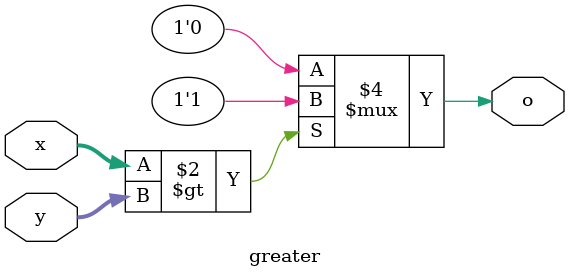
<source format=v>
module greater(x,y,o);
	input [3:0] x;
	input [3:0] y;
	output reg o;
	always @(x,y) begin
		o = 0;
		if(x > y) begin
			o = 1;
			end
		end
endmodule
</source>
